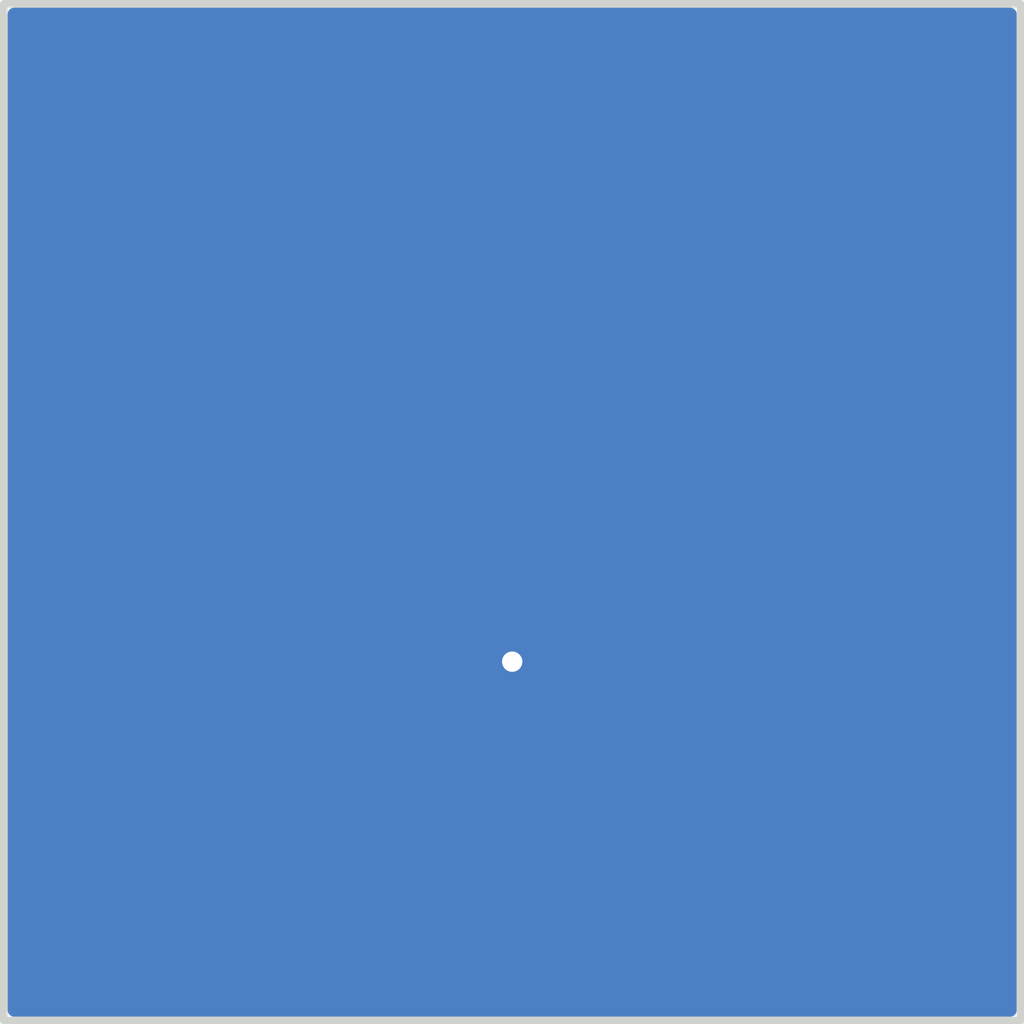
<source format=kicad_pcb>
(kicad_pcb (version 4) (host pcbnew 4.0.5)

  (general
    (links 0)
    (no_connects 0)
    (area 97.924999 134.924999 118.075001 155.075001)
    (thickness 1.6)
    (drawings 4)
    (tracks 1)
    (zones 0)
    (modules 0)
    (nets 1)
  )

  (page A4)
  (layers
    (0 F.Cu signal)
    (31 B.Cu signal)
    (32 B.Adhes user hide)
    (33 F.Adhes user hide)
    (34 B.Paste user hide)
    (35 F.Paste user hide)
    (36 B.SilkS user hide)
    (37 F.SilkS user hide)
    (38 B.Mask user hide)
    (39 F.Mask user hide)
    (40 Dwgs.User user hide)
    (41 Cmts.User user hide)
    (42 Eco1.User user hide)
    (43 Eco2.User user hide)
    (44 Edge.Cuts user)
    (45 Margin user hide)
    (46 B.CrtYd user hide)
    (47 F.CrtYd user hide)
    (48 B.Fab user hide)
    (49 F.Fab user hide)
  )

  (setup
    (last_trace_width 0.25)
    (trace_clearance 0.2)
    (zone_clearance 0.508)
    (zone_45_only no)
    (trace_min 0.2)
    (segment_width 0.2)
    (edge_width 0.15)
    (via_size 0.6)
    (via_drill 0.4)
    (via_min_size 0.4)
    (via_min_drill 0.3)
    (uvia_size 0.3)
    (uvia_drill 0.1)
    (uvias_allowed no)
    (uvia_min_size 0.2)
    (uvia_min_drill 0.1)
    (pcb_text_width 0.3)
    (pcb_text_size 1.5 1.5)
    (mod_edge_width 0.15)
    (mod_text_size 1 1)
    (mod_text_width 0.15)
    (pad_size 1.524 1.524)
    (pad_drill 0.762)
    (pad_to_mask_clearance 0.2)
    (aux_axis_origin 0 0)
    (visible_elements FFFFFF7F)
    (pcbplotparams
      (layerselection 0x01000_80000001)
      (usegerberextensions false)
      (excludeedgelayer true)
      (linewidth 0.100000)
      (plotframeref false)
      (viasonmask false)
      (mode 1)
      (useauxorigin false)
      (hpglpennumber 1)
      (hpglpenspeed 20)
      (hpglpendiameter 15)
      (hpglpenoverlay 2)
      (psnegative false)
      (psa4output false)
      (plotreference true)
      (plotvalue true)
      (plotinvisibletext false)
      (padsonsilk false)
      (subtractmaskfromsilk false)
      (outputformat 1)
      (mirror false)
      (drillshape 0)
      (scaleselection 1)
      (outputdirectory gerber/))
  )

  (net 0 "")

  (net_class Default "This is the default net class."
    (clearance 0.2)
    (trace_width 0.25)
    (via_dia 0.6)
    (via_drill 0.4)
    (uvia_dia 0.3)
    (uvia_drill 0.1)
  )

  (gr_line (start 118 135) (end 98 135) (layer Edge.Cuts) (width 0.15))
  (gr_line (start 118 155) (end 118 135) (layer Edge.Cuts) (width 0.15))
  (gr_line (start 98 155) (end 98 135) (layer Edge.Cuts) (width 0.15))
  (gr_line (start 118 155) (end 98 155) (layer Edge.Cuts) (width 0.15))

  (via (at 108 147.94) (size 0.6) (drill 0.4) (layers F.Cu B.Cu) (net 0))

  (zone (net 0) (net_name "") (layer B.Cu) (tstamp 0) (hatch edge 0.508)
    (connect_pads (clearance 0))
    (min_thickness 0.254)
    (fill yes (arc_segments 16) (thermal_gap 0.508) (thermal_bridge_width 0.508))
    (polygon
      (pts
        (xy 98 135) (xy 98 155) (xy 118 155) (xy 118 135)
      )
    )
    (filled_polygon
      (pts
        (xy 117.798 154.798) (xy 98.202 154.798) (xy 98.202 135.202) (xy 117.798 135.202)
      )
    )
  )
  (zone (net 0) (net_name "") (layer F.Cu) (tstamp 0) (hatch edge 0.508)
    (connect_pads (clearance 0))
    (min_thickness 0.254)
    (fill yes (arc_segments 16) (thermal_gap 0.508) (thermal_bridge_width 0.508))
    (polygon
      (pts
        (xy 108 152.82) (xy 100.18 152.82) (xy 100.18 137.17) (xy 115.83 137.18) (xy 115.83 152.82)
      )
    )
    (filled_polygon
      (pts
        (xy 115.703 137.306919) (xy 115.703 152.693) (xy 100.307 152.693) (xy 100.307 137.297081)
      )
    )
  )
)

</source>
